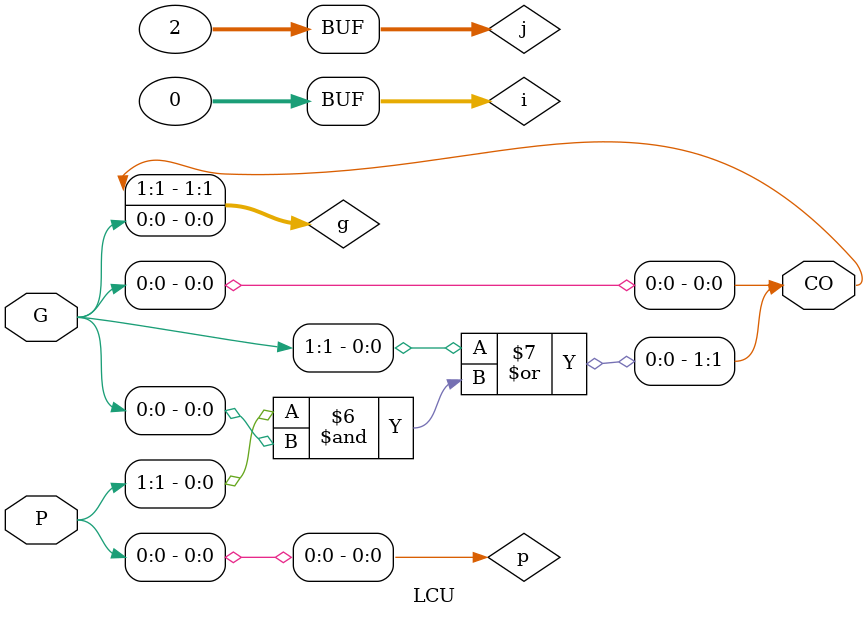
<source format=v>
/*
 *  yosys -- Yosys Open SYnthesis Suite
 *
 *  Copyright (C) 2012  Claire Xenia Wolf <claire@yosyshq.com>
 *
 *  Permission to use, copy, modify, and/or distribute this software for any
 *  purpose with or without fee is hereby granted, provided that the above
 *  copyright notice and this permission notice appear in all copies.
 *
 *  THE SOFTWARE IS PROVIDED "AS IS" AND THE AUTHOR DISCLAIMS ALL WARRANTIES
 *  WITH REGARD TO THIS SOFTWARE INCLUDING ALL IMPLIED WARRANTIES OF
 *  MERCHANTABILITY AND FITNESS. IN NO EVENT SHALL THE AUTHOR BE LIABLE FOR
 *  ANY SPECIAL, DIRECT, INDIRECT, OR CONSEQUENTIAL DAMAGES OR ANY DAMAGES
 *  WHATSOEVER RESULTING FROM LOSS OF USE, DATA OR PROFITS, WHETHER IN AN
 *  ACTION OF CONTRACT, NEGLIGENCE OR OTHER TORTIOUS ACTION, ARISING OUT OF
 *  OR IN CONNECTION WITH THE USE OR PERFORMANCE OF THIS SOFTWARE.
 */

(* lib_whitebox *)
module LCU(P, G, CO);
	parameter WIDTH = 2;
	(* force_downto *)
	input wire [WIDTH-1:0] P;
	(* force_downto *)
	input wire [WIDTH-1:0] G;
	(* force_downto *)
	output wire [WIDTH-1:0] CO;

	integer i, j;
	(* force_downto *)
	reg [WIDTH-1:0] p, g;

	always @* begin
		p = P;
		g = G;

		// [[CITE]] Brent Kung Adder
		// R. P. Brent and H. T. Kung, "A Regular Layout for Parallel Adders",
		// IEEE Transaction on Computers, Vol. C-31, No. 3, p. 260-264, March, 1982

		// Main tree
		for (i = 1; i <= $clog2(WIDTH); i = i+1) begin
			for (j = 2**i - 1; j < WIDTH; j = j + 2**i) begin
				g[j] = g[j] | p[j] & g[j - 2**(i-1)];
				p[j] = p[j] & p[j - 2**(i-1)];
			end
		end

		// Inverse tree
		for (i = $clog2(WIDTH); i > 0; i = i-1) begin
			for (j = 2**i + 2**(i-1) - 1; j < WIDTH; j = j + 2**i) begin
				g[j] = g[j] | p[j] & g[j - 2**(i-1)];
				p[j] = p[j] & p[j - 2**(i-1)];
			end
		end
	end

	assign CO = g;
endmodule

</source>
